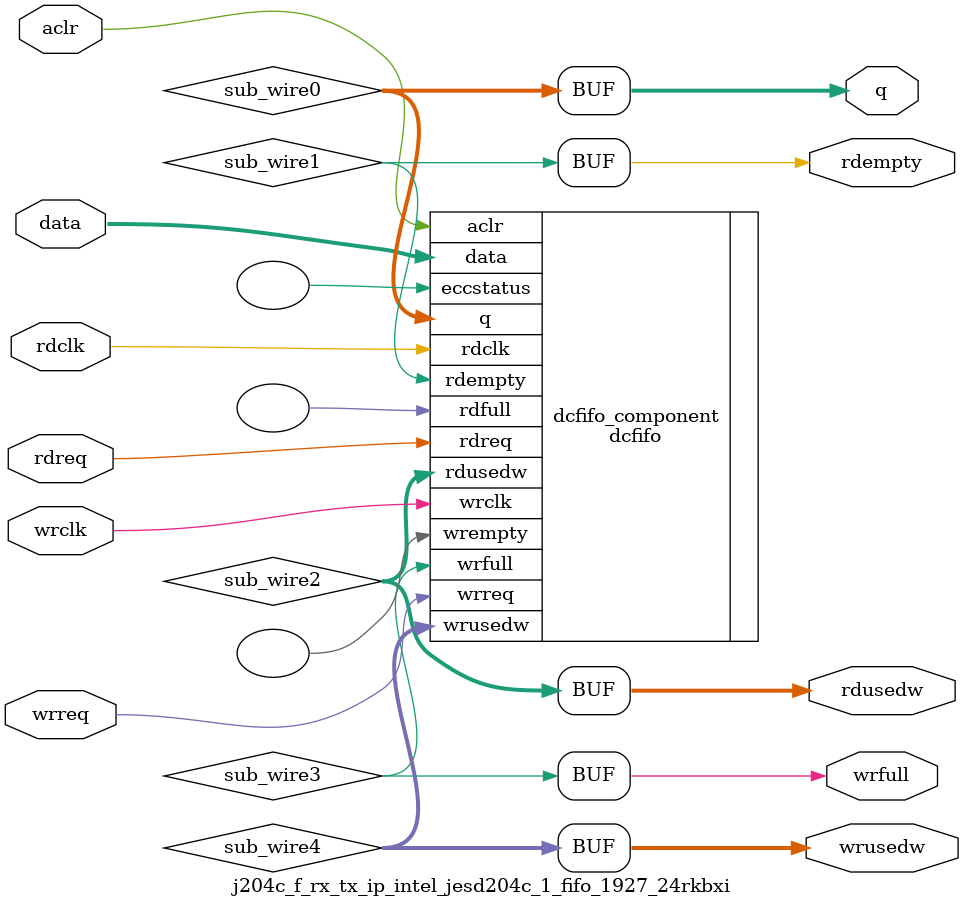
<source format=v>



`timescale 1 ps / 1 ps
// synopsys translate_on
module  j204c_f_rx_tx_ip_intel_jesd204c_1_fifo_1927_24rkbxi  (
    aclr,
    data,
    rdclk,
    rdreq,
    wrclk,
    wrreq,
    q,
    rdempty,
    rdusedw,
    wrfull,
    wrusedw);

    input    aclr;
    input  [131:0]  data;
    input    rdclk;
    input    rdreq;
    input    wrclk;
    input    wrreq;
    output [131:0]  q;
    output   rdempty;
    output [2:0]  rdusedw;
    output   wrfull;
    output [2:0]  wrusedw;
`ifndef ALTERA_RESERVED_QIS
// synopsys translate_off
`endif
    tri0     aclr;
`ifndef ALTERA_RESERVED_QIS
// synopsys translate_on
`endif

    wire [131:0] sub_wire0;
    wire  sub_wire1;
    wire [2:0] sub_wire2;
    wire  sub_wire3;
    wire [2:0] sub_wire4;
    wire [131:0] q = sub_wire0[131:0];
    wire  rdempty = sub_wire1;
    wire [2:0] rdusedw = sub_wire2[2:0];
    wire  wrfull = sub_wire3;
    wire [2:0] wrusedw = sub_wire4[2:0];

    dcfifo  dcfifo_component (
                .aclr (aclr),
                .data (data),
                .rdclk (rdclk),
                .rdreq (rdreq),
                .wrclk (wrclk),
                .wrreq (wrreq),
                .q (sub_wire0),
                .rdempty (sub_wire1),
                .rdusedw (sub_wire2),
                .wrfull (sub_wire3),
                .wrusedw (sub_wire4),
                .eccstatus (),
                .rdfull (),
                .wrempty ());
    defparam
        dcfifo_component.enable_ecc  = "FALSE",
        dcfifo_component.intended_device_family  = "Agilex 7",
        dcfifo_component.lpm_hint  = "RAM_BLOCK_TYPE=M20K,MAXIMUM_DEPTH=128,DISABLE_DCFIFO_EMBEDDED_TIMING_CONSTRAINT=TRUE",
        dcfifo_component.lpm_numwords  = 8,
        dcfifo_component.lpm_showahead  = "OFF",
        dcfifo_component.lpm_type  = "dcfifo",
        dcfifo_component.lpm_width  = 132,
        dcfifo_component.lpm_widthu  = 3,
        dcfifo_component.overflow_checking  = "ON",
        dcfifo_component.rdsync_delaypipe  = 4,
        dcfifo_component.read_aclr_synch  = "ON",
        dcfifo_component.underflow_checking  = "ON",
        dcfifo_component.use_eab  = "ON",
        dcfifo_component.write_aclr_synch  = "ON",
        dcfifo_component.wrsync_delaypipe  = 4;


endmodule



</source>
